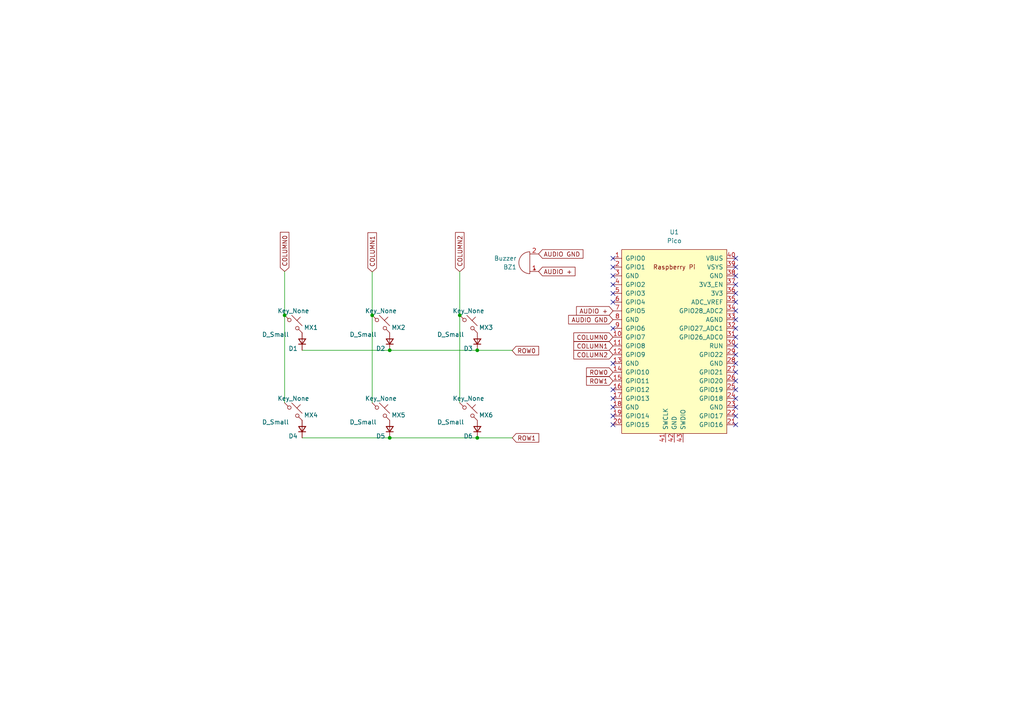
<source format=kicad_sch>
(kicad_sch (version 20231120) (generator "eeschema") (generator_version "8.0")
  (paper "A4")
  (lib_symbols
    (symbol "D_Small" (pin_numbers hide) (pin_names (offset 0.254) hide)
      (property "Reference" "D1" (at 1.27 7.112 90))
      (property "Value" "D_Small" (at -1.27 3.048 90))
      (property "Datasheet" "~" (at 0 0 90))
      (property "Description" "Diode, small symbol" (at 0 0 0))
      (property "Sim.Device" "D" (at 0 0 0))
      (property "Sim.Pins" "1=K 2=A" (at 0 0 0))
      (symbol "D_Small_0_1"
        (polyline (pts (xy -0.762 -1.016) (xy -0.762 1.016)) (stroke (width 0.254)))
        (polyline (pts (xy -0.762 0) (xy 0.762 0)))
        (polyline (pts (xy 0.762 -1.016) (xy -0.762 0) (xy 0.762 1.016) (xy 0.762 -1.016)) (stroke (width 0.254)))
      )
      (symbol "D_Small_1_1"
        (pin passive line (at -2.54 0 0) (length 1.778) (name "K") (number "1"))
        (pin passive line (at 2.54 0 180) (length 1.778) (name "A") (number "2"))
      )
    )
    (symbol "Device:Buzzer" (pin_names (offset 0.0254) hide)
      (property "Reference" "BZ" (at 3.81 1.27 0))
      (property "Value" "Buzzer" (at 3.81 -1.27 0))
      (symbol "Buzzer_0_1"
        (arc (start 0 -3.175) (mid 3.1612 0) (end 0 3.175))
        (polyline (pts (xy -1.651 1.905) (xy -1.143 1.905)))
        (polyline (pts (xy -1.397 2.159) (xy -1.397 1.651)))
        (polyline (pts (xy 0 3.175) (xy 0 -3.175)))
      )
      (symbol "Buzzer_1_1"
        (pin passive line (at -2.54 2.54 0) (length 2.54) (name "+") (number "1"))
        (pin passive line (at -2.54 -2.54 0) (length 2.54) (name "-") (number "2"))
      )
    )
    (symbol "MX_SW_solder" (pin_numbers hide) (pin_names (offset 1.016) hide)
      (property "Reference" "MX1" (at 3.048 1.016 0))
      (property "Value" "Key_None" (at 0 -3.81 0))
      (symbol "MX_SW_solder_0_1"
        (circle (center -1.1684 1.1684) (radius 0.508))
        (polyline (pts (xy -0.508 2.54) (xy 2.54 -0.508)))
        (polyline (pts (xy 1.016 1.016) (xy 2.032 2.032)))
        (polyline (pts (xy -2.54 2.54) (xy -1.524 1.524) (xy -1.524 1.524)))
        (polyline (pts (xy 1.524 -1.524) (xy 2.54 -2.54) (xy 2.54 -2.54) (xy 2.54 -2.54)))
        (circle (center 1.143 -1.1938) (radius 0.508))
        (pin passive line (at -2.54 2.54 0) (length 0) (name "1") (number "1"))
        (pin passive line (at 2.54 -2.54 180) (length 0) (name "2") (number "2"))
      )
    )
    (symbol "PCM_RPi_Pico_Official:Pico" (pin_names (offset 1.016))
      (property "Reference" "U" (at -13.97 27.94 0))
      (property "Value" "Pico" (at 0 19.05 0))
      (symbol "Pico_0_0"
        (text "Raspberry Pi" (at 0 21.59 0) (effects (font (size 1.27 1.27))))
      )
      (symbol "Pico_0_1"
        (rectangle (start -15.24 26.67) (end 15.24 -26.67) (fill (type background)))
      )
      (symbol "Pico_1_1"
        (pin bidirectional line (at -17.78 24.13 0) (length 2.54) (name "GPIO0") (number "1"))
        (pin bidirectional line (at -17.78 1.27 0) (length 2.54) (name "GPIO7") (number "10"))
        (pin bidirectional line (at -17.78 -1.27 0) (length 2.54) (name "GPIO8") (number "11"))
        (pin bidirectional line (at -17.78 -3.81 0) (length 2.54) (name "GPIO9") (number "12"))
        (pin power_in line (at -17.78 -6.35 0) (length 2.54) (name "GND") (number "13"))
        (pin bidirectional line (at -17.78 -8.89 0) (length 2.54) (name "GPIO10") (number "14"))
        (pin bidirectional line (at -17.78 -11.43 0) (length 2.54) (name "GPIO11") (number "15"))
        (pin bidirectional line (at -17.78 -13.97 0) (length 2.54) (name "GPIO12") (number "16"))
        (pin bidirectional line (at -17.78 -16.51 0) (length 2.54) (name "GPIO13") (number "17"))
        (pin power_in line (at -17.78 -19.05 0) (length 2.54) (name "GND") (number "18"))
        (pin bidirectional line (at -17.78 -21.59 0) (length 2.54) (name "GPIO14") (number "19"))
        (pin bidirectional line (at -17.78 21.59 0) (length 2.54) (name "GPIO1") (number "2"))
        (pin bidirectional line (at -17.78 -24.13 0) (length 2.54) (name "GPIO15") (number "20"))
        (pin bidirectional line (at 17.78 -24.13 180) (length 2.54) (name "GPIO16") (number "21"))
        (pin bidirectional line (at 17.78 -21.59 180) (length 2.54) (name "GPIO17") (number "22"))
        (pin power_in line (at 17.78 -19.05 180) (length 2.54) (name "GND") (number "23"))
        (pin bidirectional line (at 17.78 -16.51 180) (length 2.54) (name "GPIO18") (number "24"))
        (pin bidirectional line (at 17.78 -13.97 180) (length 2.54) (name "GPIO19") (number "25"))
        (pin bidirectional line (at 17.78 -11.43 180) (length 2.54) (name "GPIO20") (number "26"))
        (pin bidirectional line (at 17.78 -8.89 180) (length 2.54) (name "GPIO21") (number "27"))
        (pin power_in line (at 17.78 -6.35 180) (length 2.54) (name "GND") (number "28"))
        (pin bidirectional line (at 17.78 -3.81 180) (length 2.54) (name "GPIO22") (number "29"))
        (pin power_in line (at -17.78 19.05 0) (length 2.54) (name "GND") (number "3"))
        (pin input line (at 17.78 -1.27 180) (length 2.54) (name "RUN") (number "30"))
        (pin bidirectional line (at 17.78 1.27 180) (length 2.54) (name "GPIO26_ADC0") (number "31"))
        (pin bidirectional line (at 17.78 3.81 180) (length 2.54) (name "GPIO27_ADC1") (number "32"))
        (pin power_in line (at 17.78 6.35 180) (length 2.54) (name "AGND") (number "33"))
        (pin bidirectional line (at 17.78 8.89 180) (length 2.54) (name "GPIO28_ADC2") (number "34"))
        (pin unspecified line (at 17.78 11.43 180) (length 2.54) (name "ADC_VREF") (number "35"))
        (pin unspecified line (at 17.78 13.97 180) (length 2.54) (name "3V3") (number "36"))
        (pin input line (at 17.78 16.51 180) (length 2.54) (name "3V3_EN") (number "37"))
        (pin bidirectional line (at 17.78 19.05 180) (length 2.54) (name "GND") (number "38"))
        (pin unspecified line (at 17.78 21.59 180) (length 2.54) (name "VSYS") (number "39"))
        (pin bidirectional line (at -17.78 16.51 0) (length 2.54) (name "GPIO2") (number "4"))
        (pin unspecified line (at 17.78 24.13 180) (length 2.54) (name "VBUS") (number "40"))
        (pin input line (at -2.54 -29.21 90) (length 2.54) (name "SWCLK") (number "41"))
        (pin power_in line (at 0 -29.21 90) (length 2.54) (name "GND") (number "42"))
        (pin bidirectional line (at 2.54 -29.21 90) (length 2.54) (name "SWDIO") (number "43"))
        (pin bidirectional line (at -17.78 13.97 0) (length 2.54) (name "GPIO3") (number "5"))
        (pin bidirectional line (at -17.78 11.43 0) (length 2.54) (name "GPIO4") (number "6"))
        (pin bidirectional line (at -17.78 8.89 0) (length 2.54) (name "GPIO5") (number "7"))
        (pin power_in line (at -17.78 6.35 0) (length 2.54) (name "GND") (number "8"))
        (pin bidirectional line (at -17.78 3.81 0) (length 2.54) (name "GPIO6") (number "9"))
      )
    )
  )
  (junction (at 82.55 91.44))
  (junction (at 113.03 101.6))
  (junction (at 133.35 91.44))
  (junction (at 113.03 127))
  (junction (at 138.43 101.6))
  (junction (at 138.43 127))
  (junction (at 107.95 91.44))
  (no_connect (at 213.36 90.17))
  (no_connect (at 213.36 120.65))
  (no_connect (at 213.36 92.71))
  (no_connect (at 177.8 80.01))
  (no_connect (at 177.8 74.93))
  (no_connect (at 177.8 115.57))
  (no_connect (at 177.8 113.03))
  (no_connect (at 177.8 123.19))
  (no_connect (at 213.36 82.55))
  (no_connect (at 177.8 82.55))
  (no_connect (at 213.36 105.41))
  (no_connect (at 213.36 87.63))
  (no_connect (at 213.36 85.09))
  (no_connect (at 177.8 85.09))
  (no_connect (at 213.36 110.49))
  (no_connect (at 213.36 80.01))
  (no_connect (at 177.8 120.65))
  (no_connect (at 213.36 77.47))
  (no_connect (at 177.8 87.63))
  (no_connect (at 213.36 113.03))
  (no_connect (at 177.8 77.47))
  (no_connect (at 213.36 107.95))
  (no_connect (at 213.36 74.93))
  (no_connect (at 213.36 97.79))
  (no_connect (at 213.36 100.33))
  (no_connect (at 213.36 102.87))
  (no_connect (at 213.36 115.57))
  (no_connect (at 177.8 95.25))
  (no_connect (at 213.36 118.11))
  (no_connect (at 177.8 105.41))
  (no_connect (at 177.8 118.11))
  (no_connect (at 213.36 123.19))
  (no_connect (at 213.36 95.25))
  (wire (pts (xy 107.95 78.8659) (xy 107.95 91.44)))
  (wire (pts (xy 133.35 78.8019) (xy 133.35 91.44)))
  (wire (pts (xy 148.5523 101.6973) (xy 148.5523 101.6)))
  (wire (pts (xy 148.5523 101.6) (xy 138.43 101.6)))
  (wire (pts (xy 107.95 91.44) (xy 107.95 116.84)))
  (wire (pts (xy 138.43 127) (xy 148.59 127)))
  (wire (pts (xy 113.03 127) (xy 138.43 127)))
  (wire (pts (xy 82.55 91.44) (xy 82.55 116.84)))
  (wire (pts (xy 113.03 101.6) (xy 138.43 101.6)))
  (wire (pts (xy 82.55 78.74) (xy 82.55 91.44)))
  (wire (pts (xy 113.03 127) (xy 87.63 127)))
  (wire (pts (xy 133.35 91.44) (xy 133.35 116.84)))
  (wire (pts (xy 87.63 101.6) (xy 113.03 101.6)))
  (global_label "ROW1" (shape input) (at 177.8 110.49 180) (property "Intersheetrefs" "${INTERSHEET_REFS}" (effects (hide yes))))
  (global_label "ROW0" (shape input) (at 148.5523 101.6973 0) (property "Intersheetrefs" "${INTERSHEET_REFS}" (effects (hide yes))))
  (global_label "COLUMN2" (shape input) (at 177.8 102.87 180) (property "Intersheetrefs" "${INTERSHEET_REFS}" (effects (hide yes))))
  (global_label "COLUMN0" (shape input) (at 177.8 97.79 180) (property "Intersheetrefs" "${INTERSHEET_REFS}" (effects (hide yes))))
  (global_label "ROW1" (shape input) (at 148.59 127 0) (property "Intersheetrefs" "${INTERSHEET_REFS}" (effects (hide yes))))
  (global_label "COLUMN1" (shape input) (at 177.8 100.33 180) (property "Intersheetrefs" "${INTERSHEET_REFS}" (effects (hide yes))))
  (global_label "AUDIO +" (shape input) (at 177.8 90.17 180) (property "Intersheetrefs" "${INTERSHEET_REFS}" (effects (hide yes))))
  (global_label "AUDIO GND" (shape input) (at 156.21 73.66 0) (property "Intersheetrefs" "${INTERSHEET_REFS}" (effects (hide yes))))
  (global_label "AUDIO GND" (shape input) (at 177.8 92.71 180) (property "Intersheetrefs" "${INTERSHEET_REFS}" (effects (hide yes))))
  (global_label "ROW0" (shape input) (at 177.8 107.95 180) (property "Intersheetrefs" "${INTERSHEET_REFS}" (effects (hide yes))))
  (global_label "COLUMN2" (shape input) (at 133.35 78.8019 90) (property "Intersheetrefs" "${INTERSHEET_REFS}" (effects (hide yes))))
  (global_label "COLUMN1" (shape input) (at 107.95 78.8659 90) (property "Intersheetrefs" "${INTERSHEET_REFS}" (effects (hide yes))))
  (global_label "COLUMN0" (shape input) (at 82.55 78.74 90) (property "Intersheetrefs" "${INTERSHEET_REFS}" (effects (hide yes))))
  (global_label "AUDIO +" (shape input) (at 156.21 78.74 0) (property "Intersheetrefs" "${INTERSHEET_REFS}" (effects (hide yes))))
  (symbol (lib_name "D_Small") (lib_id "Device:D_Small") (at 138.43 124.46 90) (unit 1)
    (property "Reference" "D6" (at 137.16 126.492 90) (effects (justify left)))
    (property "Value" "D_Small" (at 134.62 122.428 90) (effects (justify left)))
    (property "Footprint" "Diode_THT:D_DO-35_SOD27_P7.62mm_Horizontal" (effects (hide yes)))
  )
  (symbol (lib_name "D_Small") (lib_id "Device:D_Small") (at 113.03 99.06 90) (unit 1)
    (property "Reference" "D2" (at 111.76 101.092 90) (effects (justify left)))
    (property "Value" "D_Small" (at 109.22 97.028 90) (effects (justify left)))
    (property "Footprint" "Diode_THT:D_DO-35_SOD27_P7.62mm_Horizontal" (effects (hide yes)))
  )
  (symbol (lib_name "D_Small") (lib_id "Device:D_Small") (at 138.43 99.06 90) (unit 1)
    (property "Reference" "D3" (at 137.16 101.092 90) (effects (justify left)))
    (property "Value" "D_Small" (at 134.62 97.028 90) (effects (justify left)))
    (property "Footprint" "Diode_THT:D_DO-35_SOD27_P7.62mm_Horizontal" (effects (hide yes)))
  )
  (symbol (lib_name "D_Small") (lib_id "Device:D_Small") (at 113.03 124.46 90) (unit 1)
    (property "Reference" "D5" (at 111.76 126.492 90) (effects (justify left)))
    (property "Value" "D_Small" (at 109.22 122.428 90) (effects (justify left)))
    (property "Footprint" "Diode_THT:D_DO-35_SOD27_P7.62mm_Horizontal" (effects (hide yes)))
  )
  (symbol (lib_id "Device:Buzzer") (at 153.67 76.2 180) (unit 1)
    (property "Reference" "BZ1" (at 149.86 77.4701 0) (effects (justify left)))
    (property "Value" "Buzzer" (at 149.86 74.9301 0) (effects (justify left)))
    (property "Footprint" "Buzzer_Beeper:MagneticBuzzer_PUI_AT-0927-TT-6-R" (effects (hide yes)))
    (property "Description" "Buzzer, polarized" (effects (hide yes)))
  )
  (symbol (lib_name "MX_SW_solder") (lib_id "marbastlib-mx:MX_SW_solder") (at 135.89 93.98 0) (unit 1)
    (property "Reference" "MX3" (at 138.938 94.996 0) (effects (justify left)))
    (property "Value" "Key_None" (at 135.89 90.17 0))
    (property "Footprint" "PCM_marbastlib-mx:SW_MX_HS_CPG151101S11_1u" (effects (hide yes)))
  )
  (symbol (lib_name "D_Small") (lib_id "Device:D_Small") (at 87.63 124.46 90) (unit 1)
    (property "Reference" "D4" (at 86.36 126.492 90) (effects (justify left)))
    (property "Value" "D_Small" (at 83.82 122.428 90) (effects (justify left)))
    (property "Footprint" "Diode_THT:D_DO-35_SOD27_P7.62mm_Horizontal" (effects (hide yes)))
  )
  (symbol (lib_name "MX_SW_solder") (lib_id "marbastlib-mx:MX_SW_solder") (at 85.09 93.98 0) (unit 1)
    (property "Reference" "MX1" (at 88.138 94.996 0) (effects (justify left)))
    (property "Value" "Key_None" (at 85.09 90.17 0))
    (property "Footprint" "PCM_marbastlib-mx:SW_MX_HS_CPG151101S11_1u" (effects (hide yes)))
  )
  (symbol (lib_name "MX_SW_solder") (lib_id "marbastlib-mx:MX_SW_solder") (at 135.89 119.38 0) (unit 1)
    (property "Reference" "MX6" (at 138.938 120.396 0) (effects (justify left)))
    (property "Value" "Key_None" (at 135.89 115.57 0))
    (property "Footprint" "PCM_marbastlib-mx:SW_MX_HS_CPG151101S11_1u" (effects (hide yes)))
  )
  (symbol (lib_id "PCM_RPi_Pico_Official:Pico") (at 195.58 99.06 0) (unit 1)
    (property "Reference" "U1" (at 195.58 67.31 0))
    (property "Value" "Pico" (at 195.58 69.85 0))
    (property "Footprint" "PCM_RPi_Pico-Official-1:RPi_Pico_SMD_TH" (effects (hide yes)))
  )
  (symbol (lib_name "MX_SW_solder") (lib_id "marbastlib-mx:MX_SW_solder") (at 85.09 119.38 0) (unit 1)
    (property "Reference" "MX4" (at 88.138 120.396 0) (effects (justify left)))
    (property "Value" "Key_None" (at 85.09 115.57 0))
    (property "Footprint" "PCM_marbastlib-mx:SW_MX_HS_CPG151101S11_1u" (effects (hide yes)))
  )
  (symbol (lib_name "D_Small") (lib_id "Device:D_Small") (at 87.63 99.06 90) (unit 1)
    (property "Reference" "D1" (at 86.36 101.092 90) (effects (justify left)))
    (property "Value" "D_Small" (at 83.82 97.028 90) (effects (justify left)))
    (property "Footprint" "Diode_THT:D_DO-35_SOD27_P7.62mm_Horizontal" (effects (hide yes)))
  )
  (symbol (lib_name "MX_SW_solder") (lib_id "marbastlib-mx:MX_SW_solder") (at 110.49 119.38 0) (unit 1)
    (property "Reference" "MX5" (at 113.538 120.396 0) (effects (justify left)))
    (property "Value" "Key_None" (at 110.49 115.57 0))
    (property "Footprint" "PCM_marbastlib-mx:SW_MX_HS_CPG151101S11_1u" (effects (hide yes)))
  )
  (symbol (lib_name "MX_SW_solder") (lib_id "marbastlib-mx:MX_SW_solder") (at 110.49 93.98 0) (unit 1)
    (property "Reference" "MX2" (at 113.538 94.996 0) (effects (justify left)))
    (property "Value" "Key_None" (at 110.49 90.17 0))
    (property "Footprint" "PCM_marbastlib-mx:SW_MX_HS_CPG151101S11_1u" (effects (hide yes)))
  )
)
</source>
